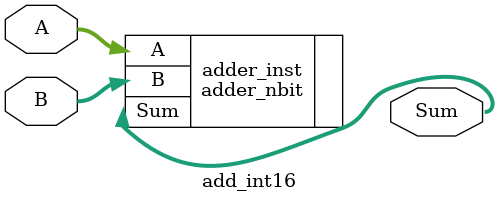
<source format=v>

module add_int16 #(
    parameter WIDTH = 16
)(
    input [WIDTH-1:0] A,
    input [WIDTH-1:0] B,
    output [WIDTH-1:0] Sum
);
    adder_nbit #(
        .WIDTH(WIDTH)
    ) adder_inst (
        .A(A),
        .B(B),
        .Sum(Sum)
    );
endmodule

</source>
